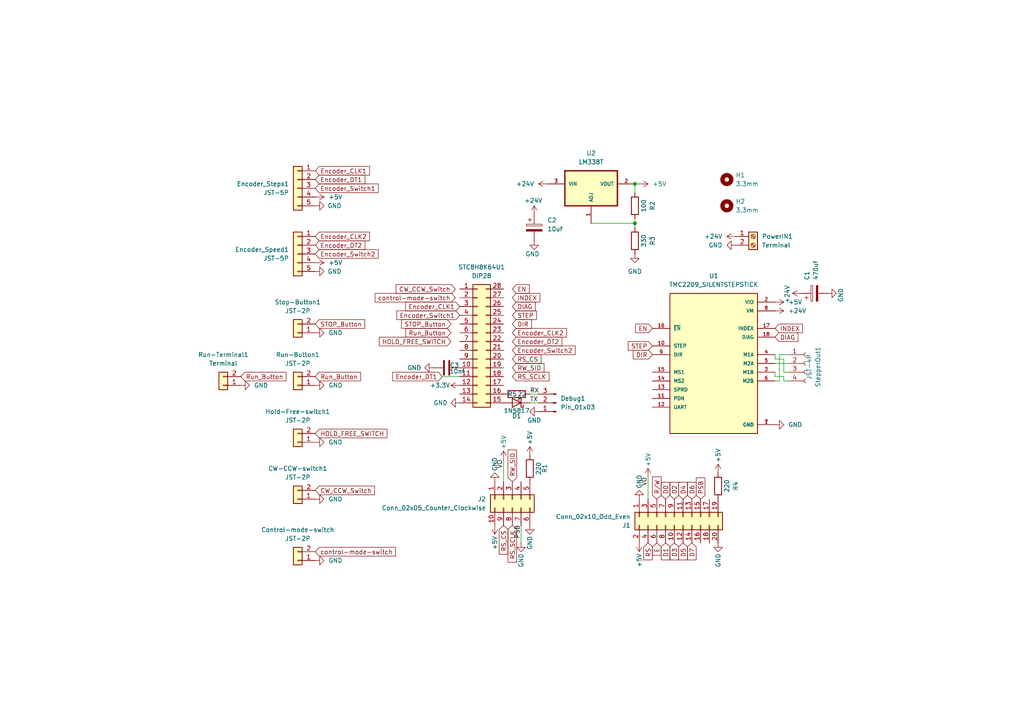
<source format=kicad_sch>
(kicad_sch (version 20231120) (generator "eeschema") (generator_version "8.0")
  (paper "A4")
  (lib_symbols
    (symbol "Connector:Conn_01x03_Pin" (pin_names (offset 1.016) hide)
      (property "Reference" "J" (at 0 5.08 0))
      (property "Value" "Conn_01x03_Pin" (at 0 -5.08 0))
      (symbol "Conn_01x03_Pin_1_1"
        (polyline (pts (xy 1.27 -2.54) (xy 0.8636 -2.54)) (stroke (width 0.1524)))
        (polyline (pts (xy 1.27 0) (xy 0.8636 0)) (stroke (width 0.1524)))
        (polyline (pts (xy 1.27 2.54) (xy 0.8636 2.54)) (stroke (width 0.1524)))
        (rectangle (start 0.8636 -2.413) (end 0 -2.667) (stroke (width 0.1524)) (fill (type outline)))
        (rectangle (start 0.8636 0.127) (end 0 -0.127) (stroke (width 0.1524)) (fill (type outline)))
        (rectangle (start 0.8636 2.667) (end 0 2.413) (stroke (width 0.1524)) (fill (type outline)))
        (pin passive line (at 5.08 2.54 180) (length 3.81) (name "Pin_1") (number "1"))
        (pin passive line (at 5.08 0 180) (length 3.81) (name "Pin_2") (number "2"))
        (pin passive line (at 5.08 -2.54 180) (length 3.81) (name "Pin_3") (number "3"))
      )
    )
    (symbol "Connector:Conn_01x04_Socket" (pin_names (offset 1.016) hide)
      (property "Reference" "J" (at 0 5.08 0))
      (property "Value" "Conn_01x04_Socket" (at 0 -7.62 0))
      (symbol "Conn_01x04_Socket_1_1"
        (arc (start 0 -4.572) (mid -0.5058 -5.08) (end 0 -5.588) (stroke (width 0.1524)))
        (arc (start 0 -2.032) (mid -0.5058 -2.54) (end 0 -3.048) (stroke (width 0.1524)))
        (polyline (pts (xy -1.27 -5.08) (xy -0.508 -5.08)) (stroke (width 0.1524)))
        (polyline (pts (xy -1.27 -2.54) (xy -0.508 -2.54)) (stroke (width 0.1524)))
        (polyline (pts (xy -1.27 0) (xy -0.508 0)) (stroke (width 0.1524)))
        (polyline (pts (xy -1.27 2.54) (xy -0.508 2.54)) (stroke (width 0.1524)))
        (arc (start 0 0.508) (mid -0.5058 0) (end 0 -0.508) (stroke (width 0.1524)))
        (arc (start 0 3.048) (mid -0.5058 2.54) (end 0 2.032) (stroke (width 0.1524)))
        (pin passive line (at -5.08 2.54 0) (length 3.81) (name "Pin_1") (number "1"))
        (pin passive line (at -5.08 0 0) (length 3.81) (name "Pin_2") (number "2"))
        (pin passive line (at -5.08 -2.54 0) (length 3.81) (name "Pin_3") (number "3"))
        (pin passive line (at -5.08 -5.08 0) (length 3.81) (name "Pin_4") (number "4"))
      )
    )
    (symbol "Connector:Screw_Terminal_01x02" (pin_names (offset 1.016) hide)
      (property "Reference" "J" (at 0 2.54 0))
      (property "Value" "Screw_Terminal_01x02" (at 0 -5.08 0))
      (symbol "Screw_Terminal_01x02_1_1"
        (rectangle (start -1.27 1.27) (end 1.27 -3.81) (stroke (width 0.254)) (fill (type background)))
        (circle (center 0 -2.54) (radius 0.635) (stroke (width 0.1524)))
        (polyline (pts (xy -0.5334 -2.2098) (xy 0.3302 -3.048)) (stroke (width 0.1524)))
        (polyline (pts (xy -0.5334 0.3302) (xy 0.3302 -0.508)) (stroke (width 0.1524)))
        (polyline (pts (xy -0.3556 -2.032) (xy 0.508 -2.8702)) (stroke (width 0.1524)))
        (polyline (pts (xy -0.3556 0.508) (xy 0.508 -0.3302)) (stroke (width 0.1524)))
        (circle (center 0 0) (radius 0.635) (stroke (width 0.1524)))
        (pin passive line (at -5.08 0 0) (length 3.81) (name "Pin_1") (number "1"))
        (pin passive line (at -5.08 -2.54 0) (length 3.81) (name "Pin_2") (number "2"))
      )
    )
    (symbol "Connector_Generic:Conn_01x02" (pin_names (offset 1.016) hide)
      (property "Reference" "J" (at 0 2.54 0))
      (property "Value" "Conn_01x02" (at 0 -5.08 0))
      (symbol "Conn_01x02_1_1"
        (rectangle (start -1.27 -2.413) (end 0 -2.667) (stroke (width 0.1524)))
        (rectangle (start -1.27 0.127) (end 0 -0.127) (stroke (width 0.1524)))
        (rectangle (start -1.27 1.27) (end 1.27 -3.81) (stroke (width 0.254)) (fill (type background)))
        (pin passive line (at -5.08 0 0) (length 3.81) (name "Pin_1") (number "1"))
        (pin passive line (at -5.08 -2.54 0) (length 3.81) (name "Pin_2") (number "2"))
      )
    )
    (symbol "Connector_Generic:Conn_01x05" (pin_names (offset 1.016) hide)
      (property "Reference" "J" (at 0 7.62 0))
      (property "Value" "Conn_01x05" (at 0 -7.62 0))
      (symbol "Conn_01x05_1_1"
        (rectangle (start -1.27 -4.953) (end 0 -5.207) (stroke (width 0.1524)))
        (rectangle (start -1.27 -2.413) (end 0 -2.667) (stroke (width 0.1524)))
        (rectangle (start -1.27 0.127) (end 0 -0.127) (stroke (width 0.1524)))
        (rectangle (start -1.27 2.667) (end 0 2.413) (stroke (width 0.1524)))
        (rectangle (start -1.27 5.207) (end 0 4.953) (stroke (width 0.1524)))
        (rectangle (start -1.27 6.35) (end 1.27 -6.35) (stroke (width 0.254)) (fill (type background)))
        (pin passive line (at -5.08 5.08 0) (length 3.81) (name "Pin_1") (number "1"))
        (pin passive line (at -5.08 2.54 0) (length 3.81) (name "Pin_2") (number "2"))
        (pin passive line (at -5.08 0 0) (length 3.81) (name "Pin_3") (number "3"))
        (pin passive line (at -5.08 -2.54 0) (length 3.81) (name "Pin_4") (number "4"))
        (pin passive line (at -5.08 -5.08 0) (length 3.81) (name "Pin_5") (number "5"))
      )
    )
    (symbol "Connector_Generic:Conn_02x05_Counter_Clockwise" (pin_names (offset 1.016) hide)
      (property "Reference" "J" (at 1.27 7.62 0))
      (property "Value" "Conn_02x05_Counter_Clockwise" (at 1.27 -7.62 0))
      (symbol "Conn_02x05_Counter_Clockwise_1_1"
        (rectangle (start -1.27 -4.953) (end 0 -5.207) (stroke (width 0.1524)))
        (rectangle (start -1.27 -2.413) (end 0 -2.667) (stroke (width 0.1524)))
        (rectangle (start -1.27 0.127) (end 0 -0.127) (stroke (width 0.1524)))
        (rectangle (start -1.27 2.667) (end 0 2.413) (stroke (width 0.1524)))
        (rectangle (start -1.27 5.207) (end 0 4.953) (stroke (width 0.1524)))
        (rectangle (start -1.27 6.35) (end 3.81 -6.35) (stroke (width 0.254)) (fill (type background)))
        (rectangle (start 3.81 -4.953) (end 2.54 -5.207) (stroke (width 0.1524)))
        (rectangle (start 3.81 -2.413) (end 2.54 -2.667) (stroke (width 0.1524)))
        (rectangle (start 3.81 0.127) (end 2.54 -0.127) (stroke (width 0.1524)))
        (rectangle (start 3.81 2.667) (end 2.54 2.413) (stroke (width 0.1524)))
        (rectangle (start 3.81 5.207) (end 2.54 4.953) (stroke (width 0.1524)))
        (pin passive line (at -5.08 5.08 0) (length 3.81) (name "Pin_1") (number "1"))
        (pin passive line (at 7.62 5.08 180) (length 3.81) (name "Pin_10") (number "10"))
        (pin passive line (at -5.08 2.54 0) (length 3.81) (name "Pin_2") (number "2"))
        (pin passive line (at -5.08 0 0) (length 3.81) (name "Pin_3") (number "3"))
        (pin passive line (at -5.08 -2.54 0) (length 3.81) (name "Pin_4") (number "4"))
        (pin passive line (at -5.08 -5.08 0) (length 3.81) (name "Pin_5") (number "5"))
        (pin passive line (at 7.62 -5.08 180) (length 3.81) (name "Pin_6") (number "6"))
        (pin passive line (at 7.62 -2.54 180) (length 3.81) (name "Pin_7") (number "7"))
        (pin passive line (at 7.62 0 180) (length 3.81) (name "Pin_8") (number "8"))
        (pin passive line (at 7.62 2.54 180) (length 3.81) (name "Pin_9") (number "9"))
      )
    )
    (symbol "Connector_Generic:Conn_02x10_Odd_Even" (pin_names (offset 1.016) hide)
      (property "Reference" "J" (at 1.27 12.7 0))
      (property "Value" "Conn_02x10_Odd_Even" (at 1.27 -15.24 0))
      (symbol "Conn_02x10_Odd_Even_1_1"
        (rectangle (start -1.27 -12.573) (end 0 -12.827) (stroke (width 0.1524)))
        (rectangle (start -1.27 -10.033) (end 0 -10.287) (stroke (width 0.1524)))
        (rectangle (start -1.27 -7.493) (end 0 -7.747) (stroke (width 0.1524)))
        (rectangle (start -1.27 -4.953) (end 0 -5.207) (stroke (width 0.1524)))
        (rectangle (start -1.27 -2.413) (end 0 -2.667) (stroke (width 0.1524)))
        (rectangle (start -1.27 0.127) (end 0 -0.127) (stroke (width 0.1524)))
        (rectangle (start -1.27 2.667) (end 0 2.413) (stroke (width 0.1524)))
        (rectangle (start -1.27 5.207) (end 0 4.953) (stroke (width 0.1524)))
        (rectangle (start -1.27 7.747) (end 0 7.493) (stroke (width 0.1524)))
        (rectangle (start -1.27 10.287) (end 0 10.033) (stroke (width 0.1524)))
        (rectangle (start -1.27 11.43) (end 3.81 -13.97) (stroke (width 0.254)) (fill (type background)))
        (rectangle (start 3.81 -12.573) (end 2.54 -12.827) (stroke (width 0.1524)))
        (rectangle (start 3.81 -10.033) (end 2.54 -10.287) (stroke (width 0.1524)))
        (rectangle (start 3.81 -7.493) (end 2.54 -7.747) (stroke (width 0.1524)))
        (rectangle (start 3.81 -4.953) (end 2.54 -5.207) (stroke (width 0.1524)))
        (rectangle (start 3.81 -2.413) (end 2.54 -2.667) (stroke (width 0.1524)))
        (rectangle (start 3.81 0.127) (end 2.54 -0.127) (stroke (width 0.1524)))
        (rectangle (start 3.81 2.667) (end 2.54 2.413) (stroke (width 0.1524)))
        (rectangle (start 3.81 5.207) (end 2.54 4.953) (stroke (width 0.1524)))
        (rectangle (start 3.81 7.747) (end 2.54 7.493) (stroke (width 0.1524)))
        (rectangle (start 3.81 10.287) (end 2.54 10.033) (stroke (width 0.1524)))
        (pin passive line (at -5.08 10.16 0) (length 3.81) (name "Pin_1") (number "1"))
        (pin passive line (at 7.62 0 180) (length 3.81) (name "Pin_10") (number "10"))
        (pin passive line (at -5.08 -2.54 0) (length 3.81) (name "Pin_11") (number "11"))
        (pin passive line (at 7.62 -2.54 180) (length 3.81) (name "Pin_12") (number "12"))
        (pin passive line (at -5.08 -5.08 0) (length 3.81) (name "Pin_13") (number "13"))
        (pin passive line (at 7.62 -5.08 180) (length 3.81) (name "Pin_14") (number "14"))
        (pin passive line (at -5.08 -7.62 0) (length 3.81) (name "Pin_15") (number "15"))
        (pin passive line (at 7.62 -7.62 180) (length 3.81) (name "Pin_16") (number "16"))
        (pin passive line (at -5.08 -10.16 0) (length 3.81) (name "Pin_17") (number "17"))
        (pin passive line (at 7.62 -10.16 180) (length 3.81) (name "Pin_18") (number "18"))
        (pin passive line (at -5.08 -12.7 0) (length 3.81) (name "Pin_19") (number "19"))
        (pin passive line (at 7.62 10.16 180) (length 3.81) (name "Pin_2") (number "2"))
        (pin passive line (at 7.62 -12.7 180) (length 3.81) (name "Pin_20") (number "20"))
        (pin passive line (at -5.08 7.62 0) (length 3.81) (name "Pin_3") (number "3"))
        (pin passive line (at 7.62 7.62 180) (length 3.81) (name "Pin_4") (number "4"))
        (pin passive line (at -5.08 5.08 0) (length 3.81) (name "Pin_5") (number "5"))
        (pin passive line (at 7.62 5.08 180) (length 3.81) (name "Pin_6") (number "6"))
        (pin passive line (at -5.08 2.54 0) (length 3.81) (name "Pin_7") (number "7"))
        (pin passive line (at 7.62 2.54 180) (length 3.81) (name "Pin_8") (number "8"))
        (pin passive line (at -5.08 0 0) (length 3.81) (name "Pin_9") (number "9"))
      )
    )
    (symbol "Connector_Generic:Conn_02x14_Counter_Clockwise" (pin_names (offset 1.016) hide)
      (property "Reference" "J" (at 1.27 17.78 0))
      (property "Value" "Conn_02x14_Counter_Clockwise" (at 1.27 -20.32 0))
      (symbol "Conn_02x14_Counter_Clockwise_1_1"
        (rectangle (start -1.27 -17.653) (end 0 -17.907) (stroke (width 0.1524)))
        (rectangle (start -1.27 -15.113) (end 0 -15.367) (stroke (width 0.1524)))
        (rectangle (start -1.27 -12.573) (end 0 -12.827) (stroke (width 0.1524)))
        (rectangle (start -1.27 -10.033) (end 0 -10.287) (stroke (width 0.1524)))
        (rectangle (start -1.27 -7.493) (end 0 -7.747) (stroke (width 0.1524)))
        (rectangle (start -1.27 -4.953) (end 0 -5.207) (stroke (width 0.1524)))
        (rectangle (start -1.27 -2.413) (end 0 -2.667) (stroke (width 0.1524)))
        (rectangle (start -1.27 0.127) (end 0 -0.127) (stroke (width 0.1524)))
        (rectangle (start -1.27 2.667) (end 0 2.413) (stroke (width 0.1524)))
        (rectangle (start -1.27 5.207) (end 0 4.953) (stroke (width 0.1524)))
        (rectangle (start -1.27 7.747) (end 0 7.493) (stroke (width 0.1524)))
        (rectangle (start -1.27 10.287) (end 0 10.033) (stroke (width 0.1524)))
        (rectangle (start -1.27 12.827) (end 0 12.573) (stroke (width 0.1524)))
        (rectangle (start -1.27 15.367) (end 0 15.113) (stroke (width 0.1524)))
        (rectangle (start -1.27 16.51) (end 3.81 -19.05) (stroke (width 0.254)) (fill (type background)))
        (rectangle (start 3.81 -17.653) (end 2.54 -17.907) (stroke (width 0.1524)))
        (rectangle (start 3.81 -15.113) (end 2.54 -15.367) (stroke (width 0.1524)))
        (rectangle (start 3.81 -12.573) (end 2.54 -12.827) (stroke (width 0.1524)))
        (rectangle (start 3.81 -10.033) (end 2.54 -10.287) (stroke (width 0.1524)))
        (rectangle (start 3.81 -7.493) (end 2.54 -7.747) (stroke (width 0.1524)))
        (rectangle (start 3.81 -4.953) (end 2.54 -5.207) (stroke (width 0.1524)))
        (rectangle (start 3.81 -2.413) (end 2.54 -2.667) (stroke (width 0.1524)))
        (rectangle (start 3.81 0.127) (end 2.54 -0.127) (stroke (width 0.1524)))
        (rectangle (start 3.81 2.667) (end 2.54 2.413) (stroke (width 0.1524)))
        (rectangle (start 3.81 5.207) (end 2.54 4.953) (stroke (width 0.1524)))
        (rectangle (start 3.81 7.747) (end 2.54 7.493) (stroke (width 0.1524)))
        (rectangle (start 3.81 10.287) (end 2.54 10.033) (stroke (width 0.1524)))
        (rectangle (start 3.81 12.827) (end 2.54 12.573) (stroke (width 0.1524)))
        (rectangle (start 3.81 15.367) (end 2.54 15.113) (stroke (width 0.1524)))
        (pin passive line (at -5.08 15.24 0) (length 3.81) (name "Pin_1") (number "1"))
        (pin passive line (at -5.08 -7.62 0) (length 3.81) (name "Pin_10") (number "10"))
        (pin passive line (at -5.08 -10.16 0) (length 3.81) (name "Pin_11") (number "11"))
        (pin passive line (at -5.08 -12.7 0) (length 3.81) (name "Pin_12") (number "12"))
        (pin passive line (at -5.08 -15.24 0) (length 3.81) (name "Pin_13") (number "13"))
        (pin passive line (at -5.08 -17.78 0) (length 3.81) (name "Pin_14") (number "14"))
        (pin passive line (at 7.62 -17.78 180) (length 3.81) (name "Pin_15") (number "15"))
        (pin passive line (at 7.62 -15.24 180) (length 3.81) (name "Pin_16") (number "16"))
        (pin passive line (at 7.62 -12.7 180) (length 3.81) (name "Pin_17") (number "17"))
        (pin passive line (at 7.62 -10.16 180) (length 3.81) (name "Pin_18") (number "18"))
        (pin passive line (at 7.62 -7.62 180) (length 3.81) (name "Pin_19") (number "19"))
        (pin passive line (at -5.08 12.7 0) (length 3.81) (name "Pin_2") (number "2"))
        (pin passive line (at 7.62 -5.08 180) (length 3.81) (name "Pin_20") (number "20"))
        (pin passive line (at 7.62 -2.54 180) (length 3.81) (name "Pin_21") (number "21"))
        (pin passive line (at 7.62 0 180) (length 3.81) (name "Pin_22") (number "22"))
        (pin passive line (at 7.62 2.54 180) (length 3.81) (name "Pin_23") (number "23"))
        (pin passive line (at 7.62 5.08 180) (length 3.81) (name "Pin_24") (number "24"))
        (pin passive line (at 7.62 7.62 180) (length 3.81) (name "Pin_25") (number "25"))
        (pin passive line (at 7.62 10.16 180) (length 3.81) (name "Pin_26") (number "26"))
        (pin passive line (at 7.62 12.7 180) (length 3.81) (name "Pin_27") (number "27"))
        (pin passive line (at 7.62 15.24 180) (length 3.81) (name "Pin_28") (number "28"))
        (pin passive line (at -5.08 10.16 0) (length 3.81) (name "Pin_3") (number "3"))
        (pin passive line (at -5.08 7.62 0) (length 3.81) (name "Pin_4") (number "4"))
        (pin passive line (at -5.08 5.08 0) (length 3.81) (name "Pin_5") (number "5"))
        (pin passive line (at -5.08 2.54 0) (length 3.81) (name "Pin_6") (number "6"))
        (pin passive line (at -5.08 0 0) (length 3.81) (name "Pin_7") (number "7"))
        (pin passive line (at -5.08 -2.54 0) (length 3.81) (name "Pin_8") (number "8"))
        (pin passive line (at -5.08 -5.08 0) (length 3.81) (name "Pin_9") (number "9"))
      )
    )
    (symbol "Device:C" (pin_numbers hide) (pin_names (offset 0.254))
      (property "Reference" "C" (at 0.635 2.54 0))
      (property "Value" "C" (at 0.635 -2.54 0))
      (symbol "C_0_1"
        (polyline (pts (xy -2.032 -0.762) (xy 2.032 -0.762)) (stroke (width 0.508)))
        (polyline (pts (xy -2.032 0.762) (xy 2.032 0.762)) (stroke (width 0.508)))
      )
      (symbol "C_1_1"
        (pin passive line (at 0 3.81 270) (length 2.794) (name "~") (number "1"))
        (pin passive line (at 0 -3.81 90) (length 2.794) (name "~") (number "2"))
      )
    )
    (symbol "Device:C_Polarized" (pin_numbers hide) (pin_names (offset 0.254))
      (property "Reference" "C" (at 0.635 2.54 0))
      (property "Value" "C_Polarized" (at 0.635 -2.54 0))
      (symbol "C_Polarized_0_1"
        (rectangle (start -2.286 0.508) (end 2.286 1.016))
        (polyline (pts (xy -1.778 2.286) (xy -0.762 2.286)))
        (polyline (pts (xy -1.27 2.794) (xy -1.27 1.778)))
        (rectangle (start 2.286 -0.508) (end -2.286 -1.016) (fill (type outline)))
      )
      (symbol "C_Polarized_1_1"
        (pin passive line (at 0 3.81 270) (length 2.794) (name "~") (number "1"))
        (pin passive line (at 0 -3.81 90) (length 2.794) (name "~") (number "2"))
      )
    )
    (symbol "Device:R" (pin_numbers hide) (pin_names (offset 0))
      (property "Reference" "R" (at 2.032 0 90))
      (property "Value" "R" (at 0 0 90))
      (symbol "R_0_1"
        (rectangle (start -1.016 -2.54) (end 1.016 2.54) (stroke (width 0.254)))
      )
      (symbol "R_1_1"
        (pin passive line (at 0 3.81 270) (length 1.27) (name "~") (number "1"))
        (pin passive line (at 0 -3.81 90) (length 1.27) (name "~") (number "2"))
      )
    )
    (symbol "Diode:1N5817" (pin_numbers hide) (pin_names (offset 1.016) hide)
      (property "Reference" "D" (at 0 2.54 0))
      (property "Value" "1N5817" (at 0 -2.54 0))
      (symbol "1N5817_0_1"
        (polyline (pts (xy 1.27 0) (xy -1.27 0)))
        (polyline (pts (xy 1.27 1.27) (xy 1.27 -1.27) (xy -1.27 0) (xy 1.27 1.27)) (stroke (width 0.254)))
        (polyline (pts (xy -1.905 0.635) (xy -1.905 1.27) (xy -1.27 1.27) (xy -1.27 -1.27) (xy -0.635 -1.27) (xy -0.635 -0.635)) (stroke (width 0.254)))
      )
      (symbol "1N5817_1_1"
        (pin passive line (at -3.81 0 0) (length 2.54) (name "K") (number "1"))
        (pin passive line (at 3.81 0 180) (length 2.54) (name "A") (number "2"))
      )
    )
    (symbol "LM338T:LM338T" (pin_names (offset 1.016))
      (property "Reference" "U" (at -7.366 5.588 0))
      (property "Value" "LM338T" (at 0.254 5.842 0))
      (symbol "LM338T_0_0"
        (rectangle (start -7.62 5.08) (end 7.62 -5.08) (stroke (width 0.41)) (fill (type background)))
        (pin input line (at 0 -10.16 90) (length 5.08) (name "ADJ") (number "1"))
        (pin output line (at 12.7 1.27 180) (length 5.08) (name "VOUT") (number "2"))
        (pin input line (at -12.7 1.27 0) (length 5.08) (name "VIN") (number "3"))
      )
    )
    (symbol "Mechanical:MountingHole" (pin_names (offset 1.016)) (exclude_from_sim yes) (in_bom no)
      (property "Reference" "H" (at 0 5.08 0))
      (property "Value" "MountingHole" (at 0 3.175 0))
      (symbol "MountingHole_0_1"
        (circle (center 0 0) (radius 1.27) (stroke (width 1.27)))
      )
    )
    (symbol "TMC2209_SILENTSTEPSTICK:TMC2209_SILENTSTEPSTICK" (pin_names (offset 1.016))
      (property "Reference" "U" (at -12.7 22.86 0))
      (property "Value" "TMC2209_SILENTSTEPSTICK" (at -12.7 -22.86 0))
      (symbol "TMC2209_SILENTSTEPSTICK_0_0"
        (rectangle (start -12.7 -20.32) (end 12.7 20.32) (stroke (width 0.254)) (fill (type background)))
        (pin power_in line (at 17.78 -17.78 180) (length 5.08) (name "GND") (number "1"))
        (pin input line (at -17.78 5.08 0) (length 5.08) (name "STEP") (number "10"))
        (pin bidirectional line (at -17.78 -10.16 0) (length 5.08) (name "PDN") (number "11"))
        (pin bidirectional line (at -17.78 -12.7 0) (length 5.08) (name "UART") (number "12"))
        (pin input line (at -17.78 -7.62 0) (length 5.08) (name "SPRD") (number "13"))
        (pin input line (at -17.78 -5.08 0) (length 5.08) (name "MS2") (number "14"))
        (pin input line (at -17.78 -2.54 0) (length 5.08) (name "MS1") (number "15"))
        (pin input line (at -17.78 10.16 0) (length 5.08) (name "~{EN}") (number "16"))
        (pin output line (at 17.78 10.16 180) (length 5.08) (name "INDEX") (number "17"))
        (pin output line (at 17.78 7.62 180) (length 5.08) (name "DIAG") (number "18"))
        (pin power_in line (at 17.78 17.78 180) (length 5.08) (name "VIO") (number "2"))
        (pin output line (at 17.78 -2.54 180) (length 5.08) (name "M1B") (number "3"))
        (pin output line (at 17.78 2.54 180) (length 5.08) (name "M1A") (number "4"))
        (pin output line (at 17.78 0 180) (length 5.08) (name "M2A") (number "5"))
        (pin output line (at 17.78 -5.08 180) (length 5.08) (name "M2B") (number "6"))
        (pin power_in line (at 17.78 -17.78 180) (length 5.08) (name "GND") (number "7"))
        (pin power_in line (at 17.78 15.24 180) (length 5.08) (name "VM") (number "8"))
        (pin input line (at -17.78 2.54 0) (length 5.08) (name "DIR") (number "9"))
      )
    )
    (symbol "power:+24V" (power) (pin_numbers hide) (pin_names (offset 0) hide)
      (property "Value" "+24V" (at 0 3.556 0))
      (symbol "+24V_0_1"
        (polyline (pts (xy -0.762 1.27) (xy 0 2.54)))
        (polyline (pts (xy 0 0) (xy 0 2.54)))
        (polyline (pts (xy 0 2.54) (xy 0.762 1.27)))
      )
      (symbol "+24V_1_1"
        (pin power_in line (at 0 0 90) (length 0) (name "~") (number "1"))
      )
    )
    (symbol "power:+3.3V" (power) (pin_numbers hide) (pin_names (offset 0) hide)
      (property "Value" "+3.3V" (at 0 3.556 0))
      (symbol "+3.3V_0_1"
        (polyline (pts (xy -0.762 1.27) (xy 0 2.54)))
        (polyline (pts (xy 0 0) (xy 0 2.54)))
        (polyline (pts (xy 0 2.54) (xy 0.762 1.27)))
      )
      (symbol "+3.3V_1_1"
        (pin power_in line (at 0 0 90) (length 0) (name "~") (number "1"))
      )
    )
    (symbol "power:+5V" (power) (pin_numbers hide) (pin_names (offset 0) hide)
      (property "Value" "+5V" (at 0 3.556 0))
      (symbol "+5V_0_1"
        (polyline (pts (xy -0.762 1.27) (xy 0 2.54)))
        (polyline (pts (xy 0 0) (xy 0 2.54)))
        (polyline (pts (xy 0 2.54) (xy 0.762 1.27)))
      )
      (symbol "+5V_1_1"
        (pin power_in line (at 0 0 90) (length 0) (name "~") (number "1"))
      )
    )
    (symbol "power:GND" (power) (pin_numbers hide) (pin_names (offset 0) hide)
      (property "Value" "GND" (at 0 -3.81 0))
      (symbol "GND_0_1"
        (polyline (pts (xy 0 0) (xy 0 -1.27) (xy 1.27 -1.27) (xy 0 -2.54) (xy -1.27 -1.27) (xy 0 -1.27)))
      )
      (symbol "GND_1_1"
        (pin power_in line (at 0 0 270) (length 0) (name "~") (number "1"))
      )
    )
  )
  (junction (at 184.15 53.34))
  (junction (at 184.15 64.77))
  (wire (pts (xy 224.79 107.95) (xy 224.79 109.22)))
  (wire (pts (xy 187.96 138.43) (xy 187.96 144.78)))
  (wire (pts (xy 184.15 64.77) (xy 184.15 66.04)))
  (wire (pts (xy 153.67 114.3) (xy 156.21 114.3)))
  (wire (pts (xy 185.42 53.34) (xy 184.15 53.34)))
  (wire (pts (xy 224.79 109.22) (xy 227.33 109.22)))
  (wire (pts (xy 226.06 110.49) (xy 226.06 102.87)))
  (wire (pts (xy 184.15 64.77) (xy 184.15 63.5)))
  (wire (pts (xy 224.79 110.49) (xy 226.06 110.49)))
  (wire (pts (xy 184.15 53.34) (xy 184.15 55.88)))
  (wire (pts (xy 128.27 109.22) (xy 133.35 109.22)))
  (wire (pts (xy 224.79 102.87) (xy 224.79 104.14)))
  (wire (pts (xy 224.79 104.14) (xy 227.33 104.14)))
  (wire (pts (xy 224.79 105.41) (xy 228.6 105.41)))
  (wire (pts (xy 227.33 107.95) (xy 228.6 107.95)))
  (wire (pts (xy 227.33 110.49) (xy 228.6 110.49)))
  (wire (pts (xy 151.13 152.4) (xy 151.13 157.48)))
  (wire (pts (xy 226.06 102.87) (xy 228.6 102.87)))
  (wire (pts (xy 227.33 109.22) (xy 227.33 110.49)))
  (wire (pts (xy 171.45 64.77) (xy 184.15 64.77)))
  (wire (pts (xy 146.05 133.35) (xy 146.05 139.7)))
  (wire (pts (xy 227.33 104.14) (xy 227.33 107.95)))
  (wire (pts (xy 153.67 116.84) (xy 156.21 116.84)))
  (label "VO" (at 187.96 140.97 90))
  (label "VO" (at 146.05 135.89 90))
  (label "PSB" (at 151.13 156.21 90))
  (label "RX" (at 153.67 114.3 0))
  (label "TX" (at 153.67 116.84 0))
  (global_label "CW_CCW_Switch" (shape input) (at 132.08 83.82 180) (property "Intersheetrefs" "${INTERSHEET_REFS}" (effects (hide yes))))
  (global_label "Encoder_CLK1" (shape input) (at 91.44 49.53 0) (property "Intersheetrefs" "${INTERSHEET_REFS}" (effects (hide yes))))
  (global_label "Run_Button" (shape input) (at 130.81 96.52 180) (property "Intersheetrefs" "${INTERSHEET_REFS}" (effects (hide yes))))
  (global_label "RS_CS" (shape input) (at 146.05 152.4 270) (property "Intersheetrefs" "${INTERSHEET_REFS}" (effects (hide yes))))
  (global_label "STEP" (shape input) (at 189.23 100.33 180) (property "Intersheetrefs" "${INTERSHEET_REFS}" (effects (hide yes))))
  (global_label "RS" (shape input) (at 187.96 157.48 270) (property "Intersheetrefs" "${INTERSHEET_REFS}" (effects (hide yes))))
  (global_label "control-mode-switch" (shape input) (at 91.44 160.02 0) (property "Intersheetrefs" "${INTERSHEET_REFS}" (effects (hide yes))))
  (global_label "D3" (shape input) (at 195.58 157.48 270) (property "Intersheetrefs" "${INTERSHEET_REFS}" (effects (hide yes))))
  (global_label "DIAG" (shape input) (at 148.59 88.9 0) (property "Intersheetrefs" "${INTERSHEET_REFS}" (effects (hide yes))))
  (global_label "D1" (shape input) (at 193.04 157.48 270) (property "Intersheetrefs" "${INTERSHEET_REFS}" (effects (hide yes))))
  (global_label "STEP" (shape input) (at 148.59 91.44 0) (property "Intersheetrefs" "${INTERSHEET_REFS}" (effects (hide yes))))
  (global_label "EN" (shape input) (at 148.59 83.82 0) (property "Intersheetrefs" "${INTERSHEET_REFS}" (effects (hide yes))))
  (global_label "Encoder_CLK2" (shape input) (at 91.44 68.58 0) (property "Intersheetrefs" "${INTERSHEET_REFS}" (effects (hide yes))))
  (global_label "HOLD_FREE_SWITCH" (shape input) (at 130.81 99.06 180) (property "Intersheetrefs" "${INTERSHEET_REFS}" (effects (hide yes))))
  (global_label "PSB" (shape input) (at 203.2 144.78 90) (property "Intersheetrefs" "${INTERSHEET_REFS}" (effects (hide yes))))
  (global_label "Encoder_CLK1" (shape input) (at 133.35 88.9 180) (property "Intersheetrefs" "${INTERSHEET_REFS}" (effects (hide yes))))
  (global_label "Encoder_DT1" (shape input) (at 91.44 52.07 0) (property "Intersheetrefs" "${INTERSHEET_REFS}" (effects (hide yes))))
  (global_label "DIR" (shape input) (at 148.59 93.98 0) (property "Intersheetrefs" "${INTERSHEET_REFS}" (effects (hide yes))))
  (global_label "STOP_Button" (shape input) (at 130.81 93.98 180) (property "Intersheetrefs" "${INTERSHEET_REFS}" (effects (hide yes))))
  (global_label "E" (shape input) (at 190.5 157.48 270) (property "Intersheetrefs" "${INTERSHEET_REFS}" (effects (hide yes))))
  (global_label "Run_Button" (shape input) (at 91.44 109.22 0) (property "Intersheetrefs" "${INTERSHEET_REFS}" (effects (hide yes))))
  (global_label "D2" (shape input) (at 195.58 144.78 90) (property "Intersheetrefs" "${INTERSHEET_REFS}" (effects (hide yes))))
  (global_label "RS_SCLK" (shape input) (at 148.59 152.4 270) (property "Intersheetrefs" "${INTERSHEET_REFS}" (effects (hide yes))))
  (global_label "D5" (shape input) (at 198.12 157.48 270) (property "Intersheetrefs" "${INTERSHEET_REFS}" (effects (hide yes))))
  (global_label "HOLD_FREE_SWITCH" (shape input) (at 91.44 125.73 0) (property "Intersheetrefs" "${INTERSHEET_REFS}" (effects (hide yes))))
  (global_label "D6" (shape input) (at 200.66 144.78 90) (property "Intersheetrefs" "${INTERSHEET_REFS}" (effects (hide yes))))
  (global_label "EN" (shape input) (at 189.23 95.25 180) (property "Intersheetrefs" "${INTERSHEET_REFS}" (effects (hide yes))))
  (global_label "DIAG" (shape input) (at 224.79 97.79 0) (property "Intersheetrefs" "${INTERSHEET_REFS}" (effects (hide yes))))
  (global_label "RS_CS" (shape input) (at 148.59 104.14 0) (property "Intersheetrefs" "${INTERSHEET_REFS}" (effects (hide yes))))
  (global_label "RW_SID" (shape input) (at 148.59 139.7 90) (property "Intersheetrefs" "${INTERSHEET_REFS}" (effects (hide yes))))
  (global_label "DIR" (shape input) (at 189.23 102.87 180) (property "Intersheetrefs" "${INTERSHEET_REFS}" (effects (hide yes))))
  (global_label "Encoder_Switch1" (shape input) (at 133.35 91.44 180) (property "Intersheetrefs" "${INTERSHEET_REFS}" (effects (hide yes))))
  (global_label "D4" (shape input) (at 198.12 144.78 90) (property "Intersheetrefs" "${INTERSHEET_REFS}" (effects (hide yes))))
  (global_label "Encoder_CLK2" (shape input) (at 148.59 96.52 0) (property "Intersheetrefs" "${INTERSHEET_REFS}" (effects (hide yes))))
  (global_label "Encoder_DT2" (shape input) (at 148.59 99.06 0) (property "Intersheetrefs" "${INTERSHEET_REFS}" (effects (hide yes))))
  (global_label "STOP_Button" (shape input) (at 91.44 93.98 0) (property "Intersheetrefs" "${INTERSHEET_REFS}" (effects (hide yes))))
  (global_label "D0" (shape input) (at 193.04 144.78 90) (property "Intersheetrefs" "${INTERSHEET_REFS}" (effects (hide yes))))
  (global_label "CW_CCW_Switch" (shape input) (at 91.44 142.24 0) (property "Intersheetrefs" "${INTERSHEET_REFS}" (effects (hide yes))))
  (global_label "Encoder_Switch2" (shape input) (at 91.44 73.66 0) (property "Intersheetrefs" "${INTERSHEET_REFS}" (effects (hide yes))))
  (global_label "D7" (shape input) (at 200.66 157.48 270) (property "Intersheetrefs" "${INTERSHEET_REFS}" (effects (hide yes))))
  (global_label "INDEX" (shape input) (at 224.79 95.25 0) (property "Intersheetrefs" "${INTERSHEET_REFS}" (effects (hide yes))))
  (global_label "INDEX" (shape input) (at 148.59 86.36 0) (property "Intersheetrefs" "${INTERSHEET_REFS}" (effects (hide yes))))
  (global_label "RS_SCLK" (shape input) (at 148.59 109.22 0) (property "Intersheetrefs" "${INTERSHEET_REFS}" (effects (hide yes))))
  (global_label "R{slash}W" (shape input) (at 190.5 144.78 90) (property "Intersheetrefs" "${INTERSHEET_REFS}" (effects (hide yes))))
  (global_label "Run_Button" (shape input) (at 69.85 109.22 0) (property "Intersheetrefs" "${INTERSHEET_REFS}" (effects (hide yes))))
  (global_label "RW_SID" (shape input) (at 148.59 106.68 0) (property "Intersheetrefs" "${INTERSHEET_REFS}" (effects (hide yes))))
  (global_label "control-mode-switch" (shape input) (at 132.08 86.36 180) (property "Intersheetrefs" "${INTERSHEET_REFS}" (effects (hide yes))))
  (global_label "Encoder_Switch2" (shape input) (at 148.59 101.6 0) (property "Intersheetrefs" "${INTERSHEET_REFS}" (effects (hide yes))))
  (global_label "Encoder_Switch1" (shape input) (at 91.44 54.61 0) (property "Intersheetrefs" "${INTERSHEET_REFS}" (effects (hide yes))))
  (global_label "Encoder_DT2" (shape input) (at 91.44 71.12 0) (property "Intersheetrefs" "${INTERSHEET_REFS}" (effects (hide yes))))
  (global_label "Encoder_DT1" (shape input) (at 128.27 109.22 180) (property "Intersheetrefs" "${INTERSHEET_REFS}" (effects (hide yes))))
  (symbol (lib_id "power:GND") (at 91.44 128.27 90) (unit 1)
    (property "Reference" "#PWR05" (effects (hide yes)))
    (property "Value" "GND" (at 95.25 128.2699 90) (effects (justify right)))
    (property "Description" "Power symbol creates a global label with name \"GND\" , ground" (effects (hide yes)))
  )
  (symbol (lib_id "power:+5V") (at 153.67 132.08 0) (unit 1)
    (property "Reference" "#PWR035" (effects (hide yes)))
    (property "Value" "+5V" (at 153.67 127 90))
    (property "Description" "Power symbol creates a global label with name \"+5V\"" (effects (hide yes)))
  )
  (symbol (lib_id "power:+24V") (at 213.36 68.58 90) (unit 1)
    (property "Reference" "#PWR010" (effects (hide yes)))
    (property "Value" "+24V" (at 209.55 68.5799 90) (effects (justify left)))
    (property "Description" "Power symbol creates a global label with name \"+24V\"" (effects (hide yes)))
  )
  (symbol (lib_id "power:+24V") (at 232.41 85.09 90) (mirror x) (unit 1)
    (property "Reference" "#PWR016" (effects (hide yes)))
    (property "Value" "+24V" (at 228.346 85.344 0))
    (property "Description" "Power symbol creates a global label with name \"+24V\"" (effects (hide yes)))
  )
  (symbol (lib_id "Connector_Generic:Conn_01x02") (at 86.36 96.52 180) (unit 1)
    (property "Reference" "Stop-Button1" (at 86.36 87.63 0))
    (property "Value" "JST-2P" (at 86.36 90.17 0))
    (property "Footprint" "Connector_JST:JST_EH_B2B-EH-A_1x02_P2.50mm_Vertical" (effects (hide yes)))
    (property "Description" "Generic connector, single row, 01x02, script generated (kicad-library-utils/schlib/autogen/connector/)" (effects (hide yes)))
  )
  (symbol (lib_id "Device:C") (at 129.54 106.68 90) (unit 1)
    (property "Reference" "C3" (at 131.826 105.918 90))
    (property "Value" "10nf" (at 132.588 107.696 90))
    (property "Footprint" "Resistor_THT:R_Axial_DIN0207_L6.3mm_D2.5mm_P7.62mm_Horizontal" (effects (hide yes)))
    (property "Description" "Unpolarized capacitor" (effects (hide yes)))
  )
  (symbol (lib_id "power:GND") (at 91.44 111.76 90) (unit 1)
    (property "Reference" "#PWR06" (effects (hide yes)))
    (property "Value" "GND" (at 95.25 111.7599 90) (effects (justify right)))
    (property "Description" "Power symbol creates a global label with name \"GND\" , ground" (effects (hide yes)))
  )
  (symbol (lib_id "power:GND") (at 154.94 69.85 0) (mirror y) (unit 1)
    (property "Reference" "#PWR019" (effects (hide yes)))
    (property "Value" "GND" (at 154.432 73.66 0))
    (property "Description" "Power symbol creates a global label with name \"GND\" , ground" (effects (hide yes)))
  )
  (symbol (lib_id "power:GND") (at 185.42 144.78 180) (unit 1)
    (property "Reference" "#PWR025" (effects (hide yes)))
    (property "Value" "GND" (at 185.42 139.7 90))
    (property "Description" "Power symbol creates a global label with name \"GND\" , ground" (effects (hide yes)))
  )
  (symbol (lib_id "power:+24V") (at 154.94 62.23 0) (mirror y) (unit 1)
    (property "Reference" "#PWR018" (effects (hide yes)))
    (property "Value" "+24V" (at 154.686 58.166 0))
    (property "Description" "Power symbol creates a global label with name \"+24V\"" (effects (hide yes)))
  )
  (symbol (lib_id "Device:R") (at 208.28 140.97 0) (mirror x) (unit 1)
    (property "Reference" "R4" (at 213.36 140.97 90))
    (property "Value" "220" (at 210.82 140.97 90))
    (property "Footprint" "Resistor_THT:R_Axial_DIN0207_L6.3mm_D2.5mm_P7.62mm_Horizontal" (effects (hide yes)))
    (property "Description" "Resistor" (effects (hide yes)))
  )
  (symbol (lib_id "power:GND") (at 91.44 162.56 90) (unit 1)
    (property "Reference" "#PWR029" (effects (hide yes)))
    (property "Value" "GND" (at 95.25 162.5599 90) (effects (justify right)))
    (property "Description" "Power symbol creates a global label with name \"GND\" , ground" (effects (hide yes)))
  )
  (symbol (lib_id "Connector_Generic:Conn_01x05") (at 86.36 54.61 0) (mirror y) (unit 1)
    (property "Reference" "Encoder_Steps1" (at 83.82 53.3399 0) (effects (justify left)))
    (property "Value" "JST-5P" (at 83.82 55.8799 0) (effects (justify left)))
    (property "Footprint" "Connector_JST:JST_EH_B5B-EH-A_1x05_P2.50mm_Vertical" (effects (hide yes)))
    (property "Description" "Generic connector, single row, 01x05, script generated (kicad-library-utils/schlib/autogen/connector/)" (effects (hide yes)))
  )
  (symbol (lib_id "power:GND") (at 224.79 123.19 90) (unit 1)
    (property "Reference" "#PWR09" (effects (hide yes)))
    (property "Value" "GND" (at 228.6 123.1899 90) (effects (justify right)))
    (property "Description" "Power symbol creates a global label with name \"GND\" , ground" (effects (hide yes)))
  )
  (symbol (lib_id "power:+3.3V") (at 133.35 111.76 90) (unit 1)
    (property "Reference" "#PWR020" (effects (hide yes)))
    (property "Value" "+3.3V" (at 130.556 111.76 90) (effects (justify left)))
    (property "Description" "Power symbol creates a global label with name \"+3.3V\"" (effects (hide yes)))
  )
  (symbol (lib_id "power:+5V") (at 91.44 57.15 270) (unit 1)
    (property "Reference" "#PWR024" (effects (hide yes)))
    (property "Value" "+5V" (at 95.25 57.1499 90) (effects (justify left)))
    (property "Description" "Power symbol creates a global label with name \"+5V\"" (effects (hide yes)))
  )
  (symbol (lib_id "Connector:Conn_01x04_Socket") (at 233.68 105.41 0) (unit 1)
    (property "Reference" "StepperOut1" (at 237.236 106.426 90))
    (property "Value" "JST-4P" (at 234.696 106.426 90))
    (property "Footprint" "Connector_JST:JST_EH_B4B-EH-A_1x04_P2.50mm_Vertical" (effects (hide yes)))
    (property "Description" "Generic connector, single row, 01x04, script generated" (effects (hide yes)))
  )
  (symbol (lib_id "power:+24V") (at 224.79 90.17 270) (unit 1)
    (property "Reference" "#PWR012" (effects (hide yes)))
    (property "Value" "+24V" (at 228.6 90.1699 90) (effects (justify left)))
    (property "Description" "Power symbol creates a global label with name \"+24V\"" (effects (hide yes)))
  )
  (symbol (lib_id "power:+5V") (at 146.05 133.35 0) (unit 1)
    (property "Reference" "#PWR032" (effects (hide yes)))
    (property "Value" "+5V" (at 146.05 128.27 90))
    (property "Description" "Power symbol creates a global label with name \"+5V\"" (effects (hide yes)))
  )
  (symbol (lib_id "Device:C_Polarized") (at 154.94 66.04 0) (unit 1)
    (property "Reference" "C2" (at 158.75 63.8809 0) (effects (justify left)))
    (property "Value" "10uf" (at 158.75 66.4209 0) (effects (justify left)))
    (property "Footprint" "Capacitor_THT:CP_Radial_D8.0mm_P3.50mm" (effects (hide yes)))
    (property "Description" "Polarized capacitor" (effects (hide yes)))
  )
  (symbol (lib_id "power:+5V") (at 208.28 137.16 0) (unit 1)
    (property "Reference" "#PWR028" (effects (hide yes)))
    (property "Value" "+5V" (at 208.28 132.08 90))
    (property "Description" "Power symbol creates a global label with name \"+5V\"" (effects (hide yes)))
  )
  (symbol (lib_id "Connector_Generic:Conn_01x02") (at 86.36 111.76 180) (unit 1)
    (property "Reference" "Run-Button1" (at 86.36 102.87 0))
    (property "Value" "JST-2P" (at 86.36 105.41 0))
    (property "Footprint" "Connector_JST:JST_EH_B2B-EH-A_1x02_P2.50mm_Vertical" (effects (hide yes)))
    (property "Description" "Generic connector, single row, 01x02, script generated (kicad-library-utils/schlib/autogen/connector/)" (effects (hide yes)))
  )
  (symbol (lib_id "power:GND") (at 91.44 59.69 90) (mirror x) (unit 1)
    (property "Reference" "#PWR03" (effects (hide yes)))
    (property "Value" "GND" (at 97.028 59.69 90))
    (property "Description" "Power symbol creates a global label with name \"GND\" , ground" (effects (hide yes)))
  )
  (symbol (lib_id "power:GND") (at 213.36 71.12 270) (unit 1)
    (property "Reference" "#PWR011" (effects (hide yes)))
    (property "Value" "GND" (at 209.55 71.1199 90) (effects (justify right)))
    (property "Description" "Power symbol creates a global label with name \"GND\" , ground" (effects (hide yes)))
  )
  (symbol (lib_id "power:GND") (at 69.85 111.76 90) (unit 1)
    (property "Reference" "#PWR07" (effects (hide yes)))
    (property "Value" "GND" (at 73.66 111.7599 90) (effects (justify right)))
    (property "Description" "Power symbol creates a global label with name \"GND\" , ground" (effects (hide yes)))
  )
  (symbol (lib_id "Device:R") (at 149.86 114.3 90) (unit 1)
    (property "Reference" "R5" (at 148.59 114.3 90))
    (property "Value" "22" (at 151.384 114.3 90))
    (property "Footprint" "Resistor_THT:R_Axial_DIN0207_L6.3mm_D2.5mm_P7.62mm_Horizontal" (effects (hide yes)))
    (property "Description" "Resistor" (effects (hide yes)))
  )
  (symbol (lib_id "power:GND") (at 151.13 157.48 0) (unit 1)
    (property "Reference" "#PWR037" (effects (hide yes)))
    (property "Value" "GND" (at 151.13 162.56 90))
    (property "Description" "Power symbol creates a global label with name \"GND\" , ground" (effects (hide yes)))
  )
  (symbol (lib_id "power:GND") (at 184.15 73.66 0) (unit 1)
    (property "Reference" "#PWR015" (effects (hide yes)))
    (property "Value" "GND" (at 184.15 78.74 0))
    (property "Description" "Power symbol creates a global label with name \"GND\" , ground" (effects (hide yes)))
  )
  (symbol (lib_id "power:GND") (at 125.73 106.68 270) (mirror x) (unit 1)
    (property "Reference" "#PWR01" (effects (hide yes)))
    (property "Value" "GND" (at 120.142 106.68 90))
    (property "Description" "Power symbol creates a global label with name \"GND\" , ground" (effects (hide yes)))
  )
  (symbol (lib_id "power:GND") (at 91.44 144.78 90) (unit 1)
    (property "Reference" "#PWR04" (effects (hide yes)))
    (property "Value" "GND" (at 95.25 144.7799 90) (effects (justify right)))
    (property "Description" "Power symbol creates a global label with name \"GND\" , ground" (effects (hide yes)))
  )
  (symbol (lib_id "Device:R") (at 184.15 59.69 0) (mirror x) (unit 1)
    (property "Reference" "R2" (at 189.23 59.69 90))
    (property "Value" "100" (at 186.69 59.69 90))
    (property "Footprint" "Resistor_THT:R_Axial_DIN0207_L6.3mm_D2.5mm_P7.62mm_Horizontal" (effects (hide yes)))
    (property "Description" "Resistor" (effects (hide yes)))
  )
  (symbol (lib_id "LM338T:LM338T") (at 171.45 54.61 0) (unit 1)
    (property "Reference" "U2" (at 171.45 44.45 0))
    (property "Value" "LM338T" (at 171.45 46.99 0))
    (property "Footprint" "LM338T:TO254P1054X470X1955-3" (effects (hide yes)))
    (property "MF" "Texas Instruments" (effects (hide yes)))
    (property "Description_1" "\n                        \n                            5-A, 40-V, low-IQ, adjustable linear voltage regulator 3-TO-220 0 to 125\n                        \n" (effects (hide yes)))
    (property "Package" "TO-220-3 Texas Instruments" (effects (hide yes)))
    (property "Price" "None" (effects (hide yes)))
    (property "SnapEDA_Link" "https://www.snapeda.com/parts/LM338T/Texas+Instruments/view-part/?ref=snap" (effects (hide yes)))
    (property "MP" "LM338T" (effects (hide yes)))
    (property "Availability" "In Stock" (effects (hide yes)))
    (property "Check_prices" "https://www.snapeda.com/parts/LM338T/Texas+Instruments/view-part/?ref=eda" (effects (hide yes)))
  )
  (symbol (lib_id "power:GND") (at 143.51 139.7 180) (unit 1)
    (property "Reference" "#PWR031" (effects (hide yes)))
    (property "Value" "GND" (at 143.51 134.62 90))
    (property "Description" "Power symbol creates a global label with name \"GND\" , ground" (effects (hide yes)))
  )
  (symbol (lib_id "power:+5V") (at 185.42 157.48 180) (unit 1)
    (property "Reference" "#PWR026" (effects (hide yes)))
    (property "Value" "+5V" (at 185.42 162.56 90))
    (property "Description" "Power symbol creates a global label with name \"+5V\"" (effects (hide yes)))
  )
  (symbol (lib_id "TMC2209_SILENTSTEPSTICK:TMC2209_SILENTSTEPSTICK") (at 207.01 105.41 0) (unit 1)
    (property "Reference" "U1" (at 207.01 80.01 0))
    (property "Value" "TMC2209_SILENTSTEPSTICK" (at 207.01 82.55 0))
    (property "Footprint" "TMC:MODULE_TMC2209_SILENTSTEPSTICK" (effects (hide yes)))
    (property "MF" "Trinamic Motion Control GmbH" (effects (hide yes)))
    (property "Description_1" "\n                        \n                            TMC2209 Motor Controller/Driver Power Management Evaluation Board\n                        \n" (effects (hide yes)))
    (property "Package" "None" (effects (hide yes)))
    (property "Price" "None" (effects (hide yes)))
    (property "Check_prices" "https://www.snapeda.com/parts/TMC2209%20SILENTSTEPSTICK/Trinamic+Motion+Control+GmbH/view-part/?ref=eda" (effects (hide yes)))
    (property "STANDARD" "Manufacturer Recommendations" (effects (hide yes)))
    (property "PARTREV" "1.20" (effects (hide yes)))
    (property "SnapEDA_Link" "https://www.snapeda.com/parts/TMC2209%20SILENTSTEPSTICK/Trinamic+Motion+Control+GmbH/view-part/?ref=snap" (effects (hide yes)))
    (property "MP" "TMC2209 SILENTSTEPSTICK" (effects (hide yes)))
    (property "MANUFACTURER" "Trinamic Motion Control GmbH" (effects (hide yes)))
    (property "Availability" "In Stock" (effects (hide yes)))
    (property "SNAPEDA_PN" "TMC2209 SILENTSTEPSTICK" (effects (hide yes)))
  )
  (symbol (lib_id "Connector_Generic:Conn_01x05") (at 86.36 73.66 0) (mirror y) (unit 1)
    (property "Reference" "Encoder_Speed1" (at 83.82 72.3899 0) (effects (justify left)))
    (property "Value" "JST-5P" (at 83.82 74.9299 0) (effects (justify left)))
    (property "Footprint" "Connector_JST:JST_EH_B5B-EH-A_1x05_P2.50mm_Vertical" (effects (hide yes)))
    (property "Description" "Generic connector, single row, 01x05, script generated (kicad-library-utils/schlib/autogen/connector/)" (effects (hide yes)))
  )
  (symbol (lib_id "power:GND") (at 156.21 119.38 270) (unit 1)
    (property "Reference" "#PWR030" (effects (hide yes)))
    (property "Value" "GND" (at 154.94 121.92 90))
    (property "Description" "Power symbol creates a global label with name \"GND\" , ground" (effects (hide yes)))
  )
  (symbol (lib_id "Connector_Generic:Conn_01x02") (at 86.36 162.56 180) (unit 1)
    (property "Reference" "Control-mode-switch" (at 86.36 153.67 0))
    (property "Value" "JST-2P" (at 86.36 156.21 0))
    (property "Footprint" "Connector_JST:JST_EH_B2B-EH-A_1x02_P2.50mm_Vertical" (effects (hide yes)))
    (property "Description" "Generic connector, single row, 01x02, script generated (kicad-library-utils/schlib/autogen/connector/)" (effects (hide yes)))
  )
  (symbol (lib_id "Mechanical:MountingHole") (at 210.82 52.07 0) (unit 1) (exclude_from_sim yes) (in_bom no)
    (property "Reference" "H1" (at 213.36 50.7999 0) (effects (justify left)))
    (property "Value" "3.3mm" (at 213.36 53.3399 0) (effects (justify left)))
    (property "Footprint" "MountingHole:MountingHole_3.2mm_M3" (effects (hide yes)))
    (property "Description" "Mounting Hole without connection" (effects (hide yes)))
  )
  (symbol (lib_id "Connector:Conn_01x03_Pin") (at 161.29 116.84 180) (unit 1)
    (property "Reference" "Debug1" (at 162.56 115.5699 0) (effects (justify right)))
    (property "Value" "Pin_01x03" (at 162.56 118.1099 0) (effects (justify right)))
    (property "Footprint" "Connector_PinHeader_2.54mm:PinHeader_1x03_P2.54mm_Vertical" (effects (hide yes)))
    (property "Description" "Generic connector, single row, 01x03, script generated" (effects (hide yes)))
  )
  (symbol (lib_id "power:+5V") (at 143.51 152.4 180) (unit 1)
    (property "Reference" "#PWR033" (effects (hide yes)))
    (property "Value" "+5V" (at 143.51 157.48 90))
    (property "Description" "Power symbol creates a global label with name \"+5V\"" (effects (hide yes)))
  )
  (symbol (lib_id "power:+5V") (at 185.42 53.34 270) (unit 1)
    (property "Reference" "#PWR014" (effects (hide yes)))
    (property "Value" "+5V" (at 189.23 53.3399 90) (effects (justify left)))
    (property "Description" "Power symbol creates a global label with name \"+5V\"" (effects (hide yes)))
  )
  (symbol (lib_id "power:GND") (at 91.44 78.74 90) (mirror x) (unit 1)
    (property "Reference" "#PWR02" (effects (hide yes)))
    (property "Value" "GND" (at 97.028 78.74 90))
    (property "Description" "Power symbol creates a global label with name \"GND\" , ground" (effects (hide yes)))
  )
  (symbol (lib_id "Connector_Generic:Conn_01x02") (at 64.77 111.76 180) (unit 1)
    (property "Reference" "Run-Terminal1" (at 64.77 102.87 0))
    (property "Value" "Terminal" (at 64.77 105.41 0))
    (property "Footprint" "TerminalBlock:TerminalBlock_bornier-2_P5.08mm" (effects (hide yes)))
    (property "Description" "Generic connector, single row, 01x02, script generated (kicad-library-utils/schlib/autogen/connector/)" (effects (hide yes)))
  )
  (symbol (lib_id "Device:R") (at 184.15 69.85 0) (mirror x) (unit 1)
    (property "Reference" "R3" (at 189.23 69.85 90))
    (property "Value" "330" (at 186.69 69.85 90))
    (property "Footprint" "Resistor_THT:R_Axial_DIN0207_L6.3mm_D2.5mm_P7.62mm_Horizontal" (effects (hide yes)))
    (property "Description" "Resistor" (effects (hide yes)))
  )
  (symbol (lib_id "power:GND") (at 208.28 157.48 0) (unit 1)
    (property "Reference" "#PWR034" (effects (hide yes)))
    (property "Value" "GND" (at 208.28 162.56 90))
    (property "Description" "Power symbol creates a global label with name \"GND\" , ground" (effects (hide yes)))
  )
  (symbol (lib_id "power:+5V") (at 187.96 138.43 0) (unit 1)
    (property "Reference" "#PWR027" (effects (hide yes)))
    (property "Value" "+5V" (at 187.96 133.35 90))
    (property "Description" "Power symbol creates a global label with name \"+5V\"" (effects (hide yes)))
  )
  (symbol (lib_id "Connector:Screw_Terminal_01x02") (at 218.44 68.58 0) (unit 1)
    (property "Reference" "PowerIN1" (at 220.98 68.5799 0) (effects (justify left)))
    (property "Value" "Terminal" (at 220.98 71.1199 0) (effects (justify left)))
    (property "Description" "Generic screw terminal, single row, 01x02, script generated (kicad-library-utils/schlib/autogen/connector/)" (effects (hide yes)))
  )
  (symbol (lib_id "Connector_Generic:Conn_02x05_Counter_Clockwise") (at 148.59 144.78 90) (mirror x) (unit 1)
    (property "Reference" "J2" (at 140.97 144.7799 90) (effects (justify left)))
    (property "Value" "Conn_02x05_Counter_Clockwise" (at 140.97 147.3199 90) (effects (justify left)))
    (property "Footprint" "Connector_IDC:IDC-Header_2x05_P2.54mm_Vertical" (effects (hide yes)))
    (property "Description" "Generic connector, double row, 02x05, counter clockwise pin numbering scheme (similar to DIP package numbering), script generated (kicad-library-utils/schlib/autogen/connector/)" (effects (hide yes)))
  )
  (symbol (lib_id "power:GND") (at 240.03 85.09 90) (mirror x) (unit 1)
    (property "Reference" "#PWR017" (effects (hide yes)))
    (property "Value" "GND" (at 243.84 85.598 0))
    (property "Description" "Power symbol creates a global label with name \"GND\" , ground" (effects (hide yes)))
  )
  (symbol (lib_id "Connector_Generic:Conn_02x14_Counter_Clockwise") (at 138.43 99.06 0) (unit 1)
    (property "Reference" "STC8H8K64U1" (at 139.7 77.47 0))
    (property "Value" "DIP28" (at 139.7 80.01 0))
    (property "Footprint" "Package_DIP:DIP-28_W7.62mm_Socket_LongPads" (effects (hide yes)))
    (property "Description" "Generic connector, double row, 02x14, counter clockwise pin numbering scheme (similar to DIP package numbering), script generated (kicad-library-utils/schlib/autogen/connector/)" (effects (hide yes)))
  )
  (symbol (lib_id "power:+5V") (at 91.44 76.2 270) (unit 1)
    (property "Reference" "#PWR023" (effects (hide yes)))
    (property "Value" "+5V" (at 95.25 76.1999 90) (effects (justify left)))
    (property "Description" "Power symbol creates a global label with name \"+5V\"" (effects (hide yes)))
  )
  (symbol (lib_id "Connector_Generic:Conn_01x02") (at 86.36 144.78 180) (unit 1)
    (property "Reference" "CW-CCW-switch1" (at 86.36 135.89 0))
    (property "Value" "JST-2P" (at 86.36 138.43 0))
    (property "Footprint" "Connector_JST:JST_EH_B2B-EH-A_1x02_P2.50mm_Vertical" (effects (hide yes)))
    (property "Description" "Generic connector, single row, 01x02, script generated (kicad-library-utils/schlib/autogen/connector/)" (effects (hide yes)))
  )
  (symbol (lib_id "power:+5V") (at 224.79 87.63 270) (unit 1)
    (property "Reference" "#PWR021" (effects (hide yes)))
    (property "Value" "+5V" (at 228.6 87.6299 90) (effects (justify left)))
    (property "Description" "Power symbol creates a global label with name \"+5V\"" (effects (hide yes)))
  )
  (symbol (lib_id "power:GND") (at 153.67 152.4 0) (unit 1)
    (property "Reference" "#PWR036" (effects (hide yes)))
    (property "Value" "GND" (at 153.67 157.48 90))
    (property "Description" "Power symbol creates a global label with name \"GND\" , ground" (effects (hide yes)))
  )
  (symbol (lib_id "power:GND") (at 91.44 96.52 90) (unit 1)
    (property "Reference" "#PWR08" (effects (hide yes)))
    (property "Value" "GND" (at 95.25 96.5199 90) (effects (justify right)))
    (property "Description" "Power symbol creates a global label with name \"GND\" , ground" (effects (hide yes)))
  )
  (symbol (lib_id "Connector_Generic:Conn_02x10_Odd_Even") (at 195.58 149.86 90) (mirror x) (unit 1)
    (property "Reference" "J1" (at 182.88 152.4001 90) (effects (justify left)))
    (property "Value" "Conn_02x10_Odd_Even" (at 182.88 149.8601 90) (effects (justify left)))
    (property "Footprint" "Connector_IDC:IDC-Header_2x10_P2.54mm_Vertical" (effects (hide yes)))
    (property "Description" "Generic connector, double row, 02x10, odd/even pin numbering scheme (row 1 odd numbers, row 2 even numbers), script generated (kicad-library-utils/schlib/autogen/connector/)" (effects (hide yes)))
  )
  (symbol (lib_id "Mechanical:MountingHole") (at 210.82 59.69 0) (unit 1) (exclude_from_sim yes) (in_bom no)
    (property "Reference" "H2" (at 213.36 58.4199 0) (effects (justify left)))
    (property "Value" "3.3mm" (at 213.36 60.9599 0) (effects (justify left)))
    (property "Footprint" "MountingHole:MountingHole_3.2mm_M3" (effects (hide yes)))
    (property "Description" "Mounting Hole without connection" (effects (hide yes)))
  )
  (symbol (lib_id "power:GND") (at 133.35 116.84 270) (mirror x) (unit 1)
    (property "Reference" "#PWR022" (effects (hide yes)))
    (property "Value" "GND" (at 127.762 116.84 90))
    (property "Description" "Power symbol creates a global label with name \"GND\" , ground" (effects (hide yes)))
  )
  (symbol (lib_id "Device:C_Polarized") (at 236.22 85.09 90) (unit 1)
    (property "Reference" "C1" (at 234.0609 81.28 0) (effects (justify left)))
    (property "Value" "470uf" (at 236.6009 81.28 0) (effects (justify left)))
    (property "Footprint" "Capacitor_THT:CP_Radial_D8.0mm_P3.50mm" (effects (hide yes)))
    (property "Description" "Polarized capacitor" (effects (hide yes)))
  )
  (symbol (lib_id "Device:R") (at 153.67 135.89 0) (mirror x) (unit 1)
    (property "Reference" "R1" (at 157.988 135.89 90))
    (property "Value" "220" (at 156.21 135.89 90))
    (property "Footprint" "Resistor_THT:R_Axial_DIN0207_L6.3mm_D2.5mm_P7.62mm_Horizontal" (effects (hide yes)))
    (property "Description" "Resistor" (effects (hide yes)))
  )
  (symbol (lib_id "power:+24V") (at 158.75 53.34 90) (unit 1)
    (property "Reference" "#PWR013" (effects (hide yes)))
    (property "Value" "+24V" (at 154.94 53.3399 90) (effects (justify left)))
    (property "Description" "Power symbol creates a global label with name \"+24V\"" (effects (hide yes)))
  )
  (symbol (lib_id "Connector_Generic:Conn_01x02") (at 86.36 128.27 180) (unit 1)
    (property "Reference" "Hold-Free-switch1" (at 86.36 119.38 0))
    (property "Value" "JST-2P" (at 86.36 121.92 0))
    (property "Footprint" "Connector_JST:JST_EH_B2B-EH-A_1x02_P2.50mm_Vertical" (effects (hide yes)))
    (property "Description" "Generic connector, single row, 01x02, script generated (kicad-library-utils/schlib/autogen/connector/)" (effects (hide yes)))
  )
  (symbol (lib_id "Diode:1N5817") (at 149.86 116.84 180) (unit 1)
    (property "Reference" "D1" (at 149.86 120.65 0))
    (property "Value" "1N5817" (at 149.86 119.126 0))
    (property "Footprint" "Diode_THT:D_DO-41_SOD81_P7.62mm_Horizontal" (effects (hide yes)))
    (property "Datasheet" "http://www.vishay.com/docs/88525/1n5817.pdf" (effects (hide yes)))
    (property "Description" "20V 1A Schottky Barrier Rectifier Diode, DO-41" (effects (hide yes)))
  )
)
</source>
